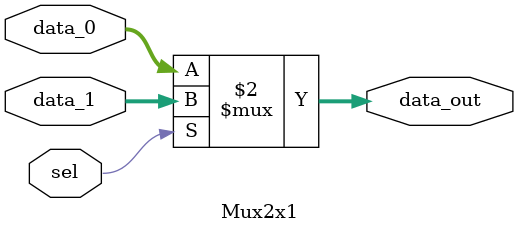
<source format=v>

module Mux2x1 #(parameter WIDTH= 32 )(data_0 ,data_1 ,sel ,data_out);
 
//----------Define_parameter----------//

//----------Input_Declaration----------//

input [WIDTH-1:0] data_0 ;
input [WIDTH-1:0] data_1 ;
input  sel ;


//----------Output_Declaration----------//

output    [WIDTH-1:0] data_out ;




//----------Operations----------//

assign  data_out =  (sel==1) ?  data_1 :data_0 ; 

endmodule
</source>
